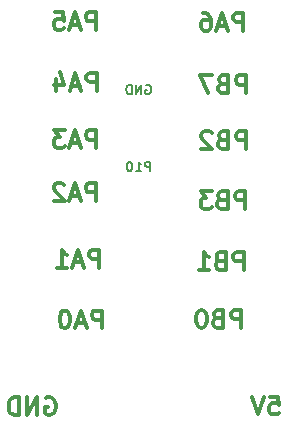
<source format=gbo>
G04 (created by PCBNEW (2013-jul-07)-stable) date Wed 04 Feb 2015 01:06:01 PM EST*
%MOIN*%
G04 Gerber Fmt 3.4, Leading zero omitted, Abs format*
%FSLAX34Y34*%
G01*
G70*
G90*
G04 APERTURE LIST*
%ADD10C,0.00590551*%
%ADD11C,0.011811*%
G04 APERTURE END LIST*
G54D10*
G54D11*
X32676Y-15023D02*
X32676Y-14432D01*
X32452Y-14432D01*
X32395Y-14460D01*
X32367Y-14488D01*
X32339Y-14544D01*
X32339Y-14629D01*
X32367Y-14685D01*
X32395Y-14713D01*
X32452Y-14741D01*
X32676Y-14741D01*
X32114Y-14854D02*
X31833Y-14854D01*
X32170Y-15023D02*
X31973Y-14432D01*
X31777Y-15023D01*
X31327Y-14432D02*
X31439Y-14432D01*
X31495Y-14460D01*
X31523Y-14488D01*
X31580Y-14573D01*
X31608Y-14685D01*
X31608Y-14910D01*
X31580Y-14966D01*
X31552Y-14994D01*
X31495Y-15023D01*
X31383Y-15023D01*
X31327Y-14994D01*
X31299Y-14966D01*
X31270Y-14910D01*
X31270Y-14769D01*
X31299Y-14713D01*
X31327Y-14685D01*
X31383Y-14657D01*
X31495Y-14657D01*
X31552Y-14685D01*
X31580Y-14713D01*
X31608Y-14769D01*
X32771Y-17109D02*
X32771Y-16518D01*
X32546Y-16518D01*
X32489Y-16546D01*
X32461Y-16574D01*
X32433Y-16630D01*
X32433Y-16715D01*
X32461Y-16771D01*
X32489Y-16799D01*
X32546Y-16827D01*
X32771Y-16827D01*
X31983Y-16799D02*
X31899Y-16827D01*
X31871Y-16855D01*
X31843Y-16912D01*
X31843Y-16996D01*
X31871Y-17052D01*
X31899Y-17080D01*
X31955Y-17109D01*
X32180Y-17109D01*
X32180Y-16518D01*
X31983Y-16518D01*
X31927Y-16546D01*
X31899Y-16574D01*
X31871Y-16630D01*
X31871Y-16687D01*
X31899Y-16743D01*
X31927Y-16771D01*
X31983Y-16799D01*
X32180Y-16799D01*
X31646Y-16518D02*
X31252Y-16518D01*
X31505Y-17109D01*
X32781Y-18969D02*
X32781Y-18378D01*
X32556Y-18378D01*
X32499Y-18406D01*
X32471Y-18434D01*
X32443Y-18490D01*
X32443Y-18575D01*
X32471Y-18631D01*
X32499Y-18659D01*
X32556Y-18687D01*
X32781Y-18687D01*
X31993Y-18659D02*
X31909Y-18687D01*
X31881Y-18715D01*
X31853Y-18772D01*
X31853Y-18856D01*
X31881Y-18912D01*
X31909Y-18940D01*
X31965Y-18969D01*
X32190Y-18969D01*
X32190Y-18378D01*
X31993Y-18378D01*
X31937Y-18406D01*
X31909Y-18434D01*
X31881Y-18490D01*
X31881Y-18547D01*
X31909Y-18603D01*
X31937Y-18631D01*
X31993Y-18659D01*
X32190Y-18659D01*
X31628Y-18434D02*
X31600Y-18406D01*
X31543Y-18378D01*
X31403Y-18378D01*
X31346Y-18406D01*
X31318Y-18434D01*
X31290Y-18490D01*
X31290Y-18547D01*
X31318Y-18631D01*
X31656Y-18969D01*
X31290Y-18969D01*
X32751Y-20969D02*
X32751Y-20378D01*
X32526Y-20378D01*
X32469Y-20406D01*
X32441Y-20434D01*
X32413Y-20490D01*
X32413Y-20575D01*
X32441Y-20631D01*
X32469Y-20659D01*
X32526Y-20687D01*
X32751Y-20687D01*
X31963Y-20659D02*
X31879Y-20687D01*
X31851Y-20715D01*
X31823Y-20772D01*
X31823Y-20856D01*
X31851Y-20912D01*
X31879Y-20940D01*
X31935Y-20969D01*
X32160Y-20969D01*
X32160Y-20378D01*
X31963Y-20378D01*
X31907Y-20406D01*
X31879Y-20434D01*
X31851Y-20490D01*
X31851Y-20547D01*
X31879Y-20603D01*
X31907Y-20631D01*
X31963Y-20659D01*
X32160Y-20659D01*
X31626Y-20378D02*
X31260Y-20378D01*
X31457Y-20603D01*
X31373Y-20603D01*
X31316Y-20631D01*
X31288Y-20659D01*
X31260Y-20715D01*
X31260Y-20856D01*
X31288Y-20912D01*
X31316Y-20940D01*
X31373Y-20969D01*
X31541Y-20969D01*
X31598Y-20940D01*
X31626Y-20912D01*
X32691Y-22999D02*
X32691Y-22408D01*
X32466Y-22408D01*
X32409Y-22436D01*
X32381Y-22464D01*
X32353Y-22520D01*
X32353Y-22605D01*
X32381Y-22661D01*
X32409Y-22689D01*
X32466Y-22717D01*
X32691Y-22717D01*
X31903Y-22689D02*
X31819Y-22717D01*
X31791Y-22745D01*
X31763Y-22802D01*
X31763Y-22886D01*
X31791Y-22942D01*
X31819Y-22970D01*
X31875Y-22999D01*
X32100Y-22999D01*
X32100Y-22408D01*
X31903Y-22408D01*
X31847Y-22436D01*
X31819Y-22464D01*
X31791Y-22520D01*
X31791Y-22577D01*
X31819Y-22633D01*
X31847Y-22661D01*
X31903Y-22689D01*
X32100Y-22689D01*
X31200Y-22999D02*
X31538Y-22999D01*
X31369Y-22999D02*
X31369Y-22408D01*
X31425Y-22492D01*
X31481Y-22549D01*
X31538Y-22577D01*
X32611Y-24929D02*
X32611Y-24338D01*
X32386Y-24338D01*
X32329Y-24366D01*
X32301Y-24394D01*
X32273Y-24450D01*
X32273Y-24535D01*
X32301Y-24591D01*
X32329Y-24619D01*
X32386Y-24647D01*
X32611Y-24647D01*
X31823Y-24619D02*
X31739Y-24647D01*
X31711Y-24675D01*
X31683Y-24732D01*
X31683Y-24816D01*
X31711Y-24872D01*
X31739Y-24900D01*
X31795Y-24929D01*
X32020Y-24929D01*
X32020Y-24338D01*
X31823Y-24338D01*
X31767Y-24366D01*
X31739Y-24394D01*
X31711Y-24450D01*
X31711Y-24507D01*
X31739Y-24563D01*
X31767Y-24591D01*
X31823Y-24619D01*
X32020Y-24619D01*
X31317Y-24338D02*
X31261Y-24338D01*
X31205Y-24366D01*
X31176Y-24394D01*
X31148Y-24450D01*
X31120Y-24563D01*
X31120Y-24704D01*
X31148Y-24816D01*
X31176Y-24872D01*
X31205Y-24900D01*
X31261Y-24929D01*
X31317Y-24929D01*
X31373Y-24900D01*
X31401Y-24872D01*
X31430Y-24816D01*
X31458Y-24704D01*
X31458Y-24563D01*
X31430Y-24450D01*
X31401Y-24394D01*
X31373Y-24366D01*
X31317Y-24338D01*
X33572Y-27228D02*
X33853Y-27228D01*
X33881Y-27509D01*
X33853Y-27481D01*
X33797Y-27453D01*
X33656Y-27453D01*
X33600Y-27481D01*
X33572Y-27509D01*
X33544Y-27565D01*
X33544Y-27706D01*
X33572Y-27762D01*
X33600Y-27790D01*
X33656Y-27819D01*
X33797Y-27819D01*
X33853Y-27790D01*
X33881Y-27762D01*
X33375Y-27228D02*
X33178Y-27819D01*
X32981Y-27228D01*
X26099Y-27276D02*
X26156Y-27248D01*
X26240Y-27248D01*
X26324Y-27276D01*
X26381Y-27332D01*
X26409Y-27389D01*
X26437Y-27501D01*
X26437Y-27585D01*
X26409Y-27698D01*
X26381Y-27754D01*
X26324Y-27810D01*
X26240Y-27839D01*
X26184Y-27839D01*
X26099Y-27810D01*
X26071Y-27782D01*
X26071Y-27585D01*
X26184Y-27585D01*
X25818Y-27839D02*
X25818Y-27248D01*
X25481Y-27839D01*
X25481Y-27248D01*
X25200Y-27839D02*
X25200Y-27248D01*
X25059Y-27248D01*
X24975Y-27276D01*
X24918Y-27332D01*
X24890Y-27389D01*
X24862Y-27501D01*
X24862Y-27585D01*
X24890Y-27698D01*
X24918Y-27754D01*
X24975Y-27810D01*
X25059Y-27839D01*
X25200Y-27839D01*
X27968Y-24945D02*
X27968Y-24354D01*
X27744Y-24354D01*
X27687Y-24382D01*
X27659Y-24410D01*
X27631Y-24466D01*
X27631Y-24551D01*
X27659Y-24607D01*
X27687Y-24635D01*
X27744Y-24663D01*
X27968Y-24663D01*
X27406Y-24776D02*
X27125Y-24776D01*
X27462Y-24945D02*
X27265Y-24354D01*
X27069Y-24945D01*
X26759Y-24354D02*
X26703Y-24354D01*
X26647Y-24382D01*
X26619Y-24410D01*
X26591Y-24466D01*
X26562Y-24579D01*
X26562Y-24720D01*
X26591Y-24832D01*
X26619Y-24888D01*
X26647Y-24916D01*
X26703Y-24945D01*
X26759Y-24945D01*
X26815Y-24916D01*
X26844Y-24888D01*
X26872Y-24832D01*
X26900Y-24720D01*
X26900Y-24579D01*
X26872Y-24466D01*
X26844Y-24410D01*
X26815Y-24382D01*
X26759Y-24354D01*
X27880Y-22921D02*
X27880Y-22330D01*
X27656Y-22330D01*
X27599Y-22358D01*
X27571Y-22386D01*
X27543Y-22442D01*
X27543Y-22527D01*
X27571Y-22583D01*
X27599Y-22611D01*
X27656Y-22639D01*
X27880Y-22639D01*
X27318Y-22752D02*
X27037Y-22752D01*
X27374Y-22921D02*
X27177Y-22330D01*
X26981Y-22921D01*
X26474Y-22921D02*
X26812Y-22921D01*
X26643Y-22921D02*
X26643Y-22330D01*
X26699Y-22414D01*
X26756Y-22471D01*
X26812Y-22499D01*
X27770Y-20699D02*
X27770Y-20108D01*
X27546Y-20108D01*
X27489Y-20136D01*
X27461Y-20164D01*
X27433Y-20220D01*
X27433Y-20305D01*
X27461Y-20361D01*
X27489Y-20389D01*
X27546Y-20417D01*
X27770Y-20417D01*
X27208Y-20530D02*
X26927Y-20530D01*
X27264Y-20699D02*
X27067Y-20108D01*
X26871Y-20699D01*
X26702Y-20164D02*
X26674Y-20136D01*
X26617Y-20108D01*
X26477Y-20108D01*
X26421Y-20136D01*
X26393Y-20164D01*
X26364Y-20220D01*
X26364Y-20277D01*
X26393Y-20361D01*
X26730Y-20699D01*
X26364Y-20699D01*
X27770Y-18939D02*
X27770Y-18348D01*
X27546Y-18348D01*
X27489Y-18376D01*
X27461Y-18404D01*
X27433Y-18460D01*
X27433Y-18545D01*
X27461Y-18601D01*
X27489Y-18629D01*
X27546Y-18657D01*
X27770Y-18657D01*
X27208Y-18770D02*
X26927Y-18770D01*
X27264Y-18939D02*
X27067Y-18348D01*
X26871Y-18939D01*
X26730Y-18348D02*
X26364Y-18348D01*
X26561Y-18573D01*
X26477Y-18573D01*
X26421Y-18601D01*
X26393Y-18629D01*
X26364Y-18685D01*
X26364Y-18826D01*
X26393Y-18882D01*
X26421Y-18910D01*
X26477Y-18939D01*
X26646Y-18939D01*
X26702Y-18910D01*
X26730Y-18882D01*
X27792Y-17025D02*
X27792Y-16434D01*
X27568Y-16434D01*
X27511Y-16462D01*
X27483Y-16490D01*
X27455Y-16546D01*
X27455Y-16631D01*
X27483Y-16687D01*
X27511Y-16715D01*
X27568Y-16743D01*
X27792Y-16743D01*
X27230Y-16856D02*
X26949Y-16856D01*
X27286Y-17025D02*
X27089Y-16434D01*
X26893Y-17025D01*
X26443Y-16631D02*
X26443Y-17025D01*
X26583Y-16406D02*
X26724Y-16828D01*
X26358Y-16828D01*
X27768Y-14999D02*
X27768Y-14408D01*
X27544Y-14408D01*
X27487Y-14436D01*
X27459Y-14464D01*
X27431Y-14520D01*
X27431Y-14605D01*
X27459Y-14661D01*
X27487Y-14689D01*
X27544Y-14717D01*
X27768Y-14717D01*
X27206Y-14830D02*
X26925Y-14830D01*
X27262Y-14999D02*
X27065Y-14408D01*
X26869Y-14999D01*
X26391Y-14408D02*
X26672Y-14408D01*
X26700Y-14689D01*
X26672Y-14661D01*
X26615Y-14633D01*
X26475Y-14633D01*
X26419Y-14661D01*
X26391Y-14689D01*
X26362Y-14745D01*
X26362Y-14886D01*
X26391Y-14942D01*
X26419Y-14970D01*
X26475Y-14999D01*
X26615Y-14999D01*
X26672Y-14970D01*
X26700Y-14942D01*
G54D10*
X29576Y-19705D02*
X29576Y-19395D01*
X29458Y-19395D01*
X29428Y-19409D01*
X29414Y-19424D01*
X29399Y-19454D01*
X29399Y-19498D01*
X29414Y-19527D01*
X29428Y-19542D01*
X29458Y-19557D01*
X29576Y-19557D01*
X29104Y-19705D02*
X29281Y-19705D01*
X29192Y-19705D02*
X29192Y-19395D01*
X29222Y-19439D01*
X29251Y-19468D01*
X29281Y-19483D01*
X28912Y-19395D02*
X28882Y-19395D01*
X28853Y-19409D01*
X28838Y-19424D01*
X28823Y-19454D01*
X28808Y-19513D01*
X28808Y-19586D01*
X28823Y-19645D01*
X28838Y-19675D01*
X28853Y-19690D01*
X28882Y-19705D01*
X28912Y-19705D01*
X28941Y-19690D01*
X28956Y-19675D01*
X28971Y-19645D01*
X28985Y-19586D01*
X28985Y-19513D01*
X28971Y-19454D01*
X28956Y-19424D01*
X28941Y-19409D01*
X28912Y-19395D01*
X29436Y-16850D02*
X29465Y-16835D01*
X29509Y-16835D01*
X29554Y-16850D01*
X29583Y-16880D01*
X29598Y-16909D01*
X29613Y-16968D01*
X29613Y-17013D01*
X29598Y-17072D01*
X29583Y-17101D01*
X29554Y-17131D01*
X29509Y-17145D01*
X29480Y-17145D01*
X29436Y-17131D01*
X29421Y-17116D01*
X29421Y-17013D01*
X29480Y-17013D01*
X29288Y-17145D02*
X29288Y-16835D01*
X29111Y-17145D01*
X29111Y-16835D01*
X28963Y-17145D02*
X28963Y-16835D01*
X28890Y-16835D01*
X28845Y-16850D01*
X28816Y-16880D01*
X28801Y-16909D01*
X28786Y-16968D01*
X28786Y-17013D01*
X28801Y-17072D01*
X28816Y-17101D01*
X28845Y-17131D01*
X28890Y-17145D01*
X28963Y-17145D01*
M02*

</source>
